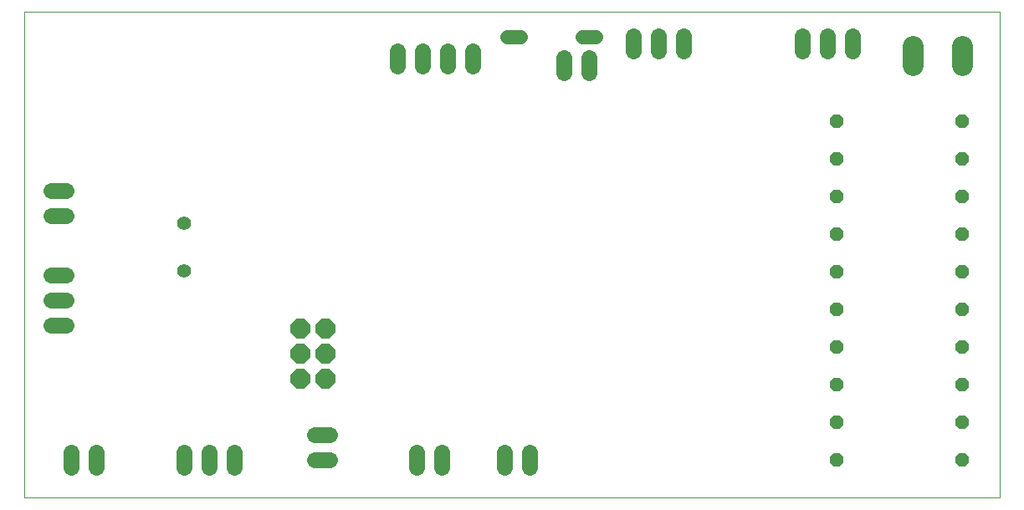
<source format=gbs>
G75*
G70*
%OFA0B0*%
%FSLAX24Y24*%
%IPPOS*%
%LPD*%
%AMOC8*
5,1,8,0,0,1.08239X$1,22.5*
%
%ADD10C,0.0000*%
%ADD11C,0.0640*%
%ADD12OC8,0.0780*%
%ADD13C,0.0560*%
%ADD14OC8,0.0560*%
%ADD15C,0.0820*%
%ADD16C,0.0560*%
D10*
X000125Y000262D02*
X000125Y019632D01*
X038992Y019632D01*
X038992Y000262D01*
X000125Y000262D01*
D11*
X002000Y001462D02*
X002000Y002062D01*
X003000Y002062D02*
X003000Y001462D01*
X006500Y001462D02*
X006500Y002062D01*
X007500Y002062D02*
X007500Y001462D01*
X008500Y001462D02*
X008500Y002062D01*
X011700Y001762D02*
X012300Y001762D01*
X012300Y002762D02*
X011700Y002762D01*
X015750Y002062D02*
X015750Y001462D01*
X016750Y001462D02*
X016750Y002062D01*
X019250Y002062D02*
X019250Y001462D01*
X020250Y001462D02*
X020250Y002062D01*
X001800Y007137D02*
X001200Y007137D01*
X001200Y008137D02*
X001800Y008137D01*
X001800Y009137D02*
X001200Y009137D01*
X001200Y011512D02*
X001800Y011512D01*
X001800Y012512D02*
X001200Y012512D01*
X015000Y017462D02*
X015000Y018062D01*
X016000Y018062D02*
X016000Y017462D01*
X017000Y017462D02*
X017000Y018062D01*
X018000Y018062D02*
X018000Y017462D01*
X021625Y017212D02*
X021625Y017812D01*
X022625Y017812D02*
X022625Y017212D01*
X024375Y018087D02*
X024375Y018687D01*
X025375Y018687D02*
X025375Y018087D01*
X026375Y018087D02*
X026375Y018687D01*
X031125Y018687D02*
X031125Y018087D01*
X032125Y018087D02*
X032125Y018687D01*
X033125Y018687D02*
X033125Y018087D01*
D12*
X012125Y007012D03*
X011125Y007012D03*
X011125Y006012D03*
X012125Y006012D03*
X012125Y005012D03*
X011125Y005012D03*
D13*
X006500Y009312D03*
X006500Y011212D03*
D14*
X032500Y010762D03*
X032500Y009262D03*
X032500Y007762D03*
X032500Y006262D03*
X032500Y004762D03*
X032500Y003262D03*
X032500Y001762D03*
X037500Y001762D03*
X037500Y003262D03*
X037500Y004762D03*
X037500Y006262D03*
X037500Y007762D03*
X037500Y009262D03*
X037500Y010762D03*
X037500Y012262D03*
X037500Y013762D03*
X037500Y015262D03*
X032500Y015262D03*
X032500Y013762D03*
X032500Y012262D03*
D15*
X035510Y017497D02*
X035510Y018277D01*
X037490Y018277D02*
X037490Y017497D01*
D16*
X022885Y018637D02*
X022365Y018637D01*
X019885Y018637D02*
X019365Y018637D01*
M02*

</source>
